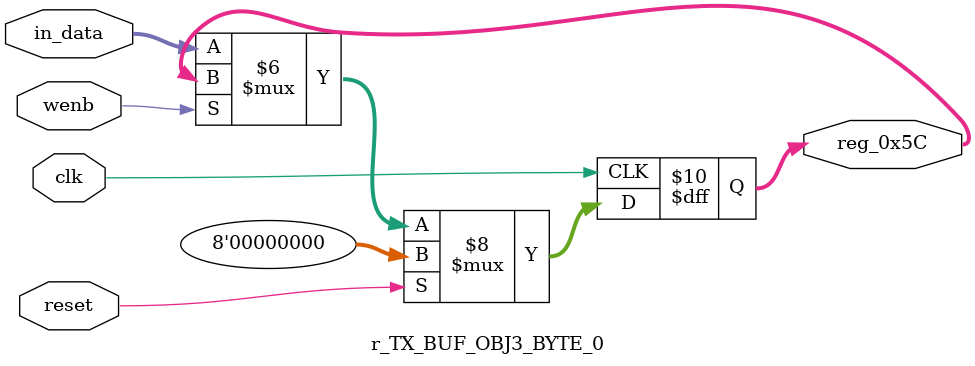
<source format=v>
module r_TX_BUF_OBJ3_BYTE_0(output reg [7:0] reg_0x5C, input wire reset, input wire wenb, input wire [7:0] in_data, input wire clk);
	always@(posedge clk)
	begin
		if(reset==0) begin
			if(wenb==0)
				reg_0x5C<=in_data;
			else
				reg_0x5C<=reg_0x5C;
		end
		else
			reg_0x5C<=8'h00;
	end
endmodule
</source>
